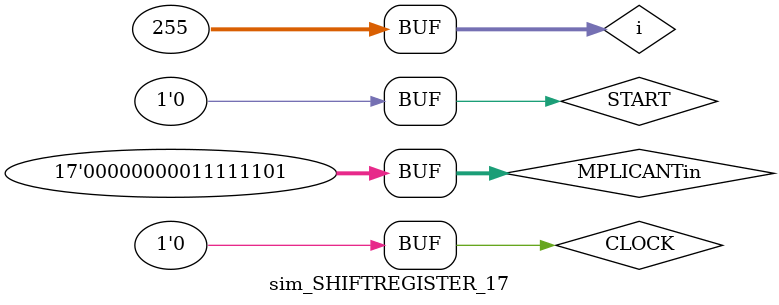
<source format=v>
`timescale 1ns / 1ps


module sim_SHIFTREGISTER_17();
    wire [16:0] MPLICANT;
    reg START;
    reg [16:0] MPLICANTin;
    reg CLOCK;
    SHIFTREGISTER_17 test(
        .P_OUT(MPLICANT),   // Will go to summer
        .S_OUT(),          // Does not need this either          
        .P_IN(MPLICANTin),  
        .S_IN(0),           // This does not matter since it MPLICANT does not shift
        .SHIFT_LOAD(0),     // Accu does not need to shift
        .CLOCK(CLOCK));          // Why need clock when you never use it?
    integer i;
    initial begin
        for(i=0;i<255;i=i+1) begin
            #5 START<=(i%2);
            #5 MPLICANTin=i;
            #5 CLOCK=1;
            #5 MPLICANTin=(i-1);
            #5 CLOCK=0;
        end
    end
endmodule

</source>
